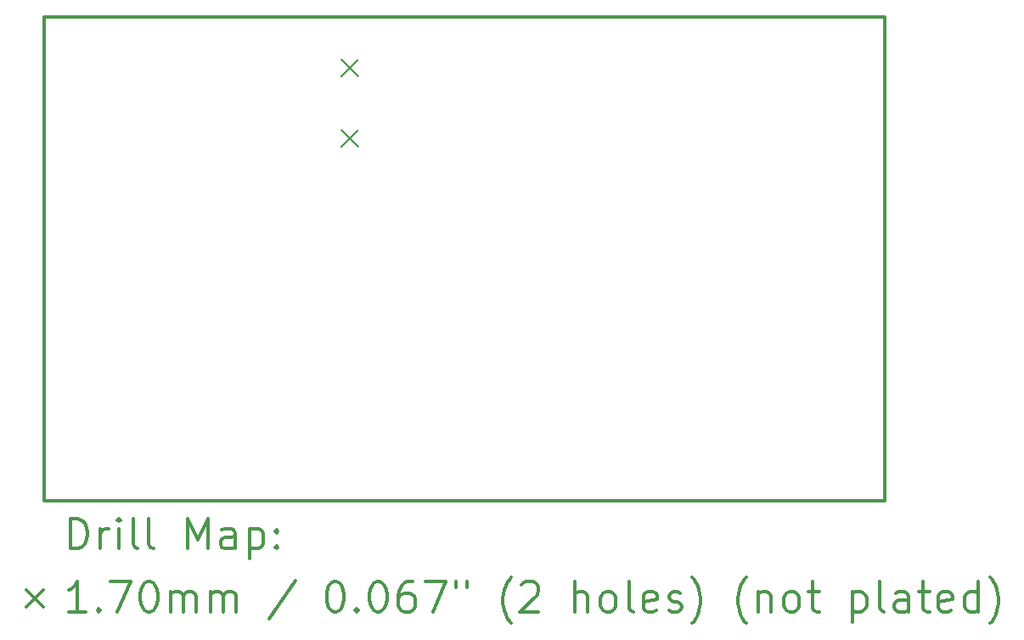
<source format=gbr>
%FSLAX45Y45*%
G04 Gerber Fmt 4.5, Leading zero omitted, Abs format (unit mm)*
G04 Created by KiCad (PCBNEW 4.0.5+dfsg1-4) date Mon Mar 27 15:17:09 2017*
%MOMM*%
%LPD*%
G01*
G04 APERTURE LIST*
%ADD10C,0.127000*%
%ADD11C,0.300000*%
%ADD12C,0.200000*%
G04 APERTURE END LIST*
D10*
D11*
X9410000Y-6142000D02*
X9410000Y-10968000D01*
X17792000Y-6142000D02*
X9410000Y-6142000D01*
X17792000Y-10968000D02*
X17792000Y-6142000D01*
X9410000Y-10968000D02*
X17792000Y-10968000D01*
D12*
X12373000Y-6569000D02*
X12543000Y-6739000D01*
X12543000Y-6569000D02*
X12373000Y-6739000D01*
X12373000Y-7269000D02*
X12543000Y-7439000D01*
X12543000Y-7269000D02*
X12373000Y-7439000D01*
D11*
X9666429Y-11448714D02*
X9666429Y-11148714D01*
X9737857Y-11148714D01*
X9780714Y-11163000D01*
X9809286Y-11191571D01*
X9823571Y-11220143D01*
X9837857Y-11277286D01*
X9837857Y-11320143D01*
X9823571Y-11377286D01*
X9809286Y-11405857D01*
X9780714Y-11434429D01*
X9737857Y-11448714D01*
X9666429Y-11448714D01*
X9966429Y-11448714D02*
X9966429Y-11248714D01*
X9966429Y-11305857D02*
X9980714Y-11277286D01*
X9995000Y-11263000D01*
X10023571Y-11248714D01*
X10052143Y-11248714D01*
X10152143Y-11448714D02*
X10152143Y-11248714D01*
X10152143Y-11148714D02*
X10137857Y-11163000D01*
X10152143Y-11177286D01*
X10166429Y-11163000D01*
X10152143Y-11148714D01*
X10152143Y-11177286D01*
X10337857Y-11448714D02*
X10309286Y-11434429D01*
X10295000Y-11405857D01*
X10295000Y-11148714D01*
X10495000Y-11448714D02*
X10466429Y-11434429D01*
X10452143Y-11405857D01*
X10452143Y-11148714D01*
X10837857Y-11448714D02*
X10837857Y-11148714D01*
X10937857Y-11363000D01*
X11037857Y-11148714D01*
X11037857Y-11448714D01*
X11309286Y-11448714D02*
X11309286Y-11291571D01*
X11295000Y-11263000D01*
X11266428Y-11248714D01*
X11209286Y-11248714D01*
X11180714Y-11263000D01*
X11309286Y-11434429D02*
X11280714Y-11448714D01*
X11209286Y-11448714D01*
X11180714Y-11434429D01*
X11166429Y-11405857D01*
X11166429Y-11377286D01*
X11180714Y-11348714D01*
X11209286Y-11334429D01*
X11280714Y-11334429D01*
X11309286Y-11320143D01*
X11452143Y-11248714D02*
X11452143Y-11548714D01*
X11452143Y-11263000D02*
X11480714Y-11248714D01*
X11537857Y-11248714D01*
X11566428Y-11263000D01*
X11580714Y-11277286D01*
X11595000Y-11305857D01*
X11595000Y-11391571D01*
X11580714Y-11420143D01*
X11566428Y-11434429D01*
X11537857Y-11448714D01*
X11480714Y-11448714D01*
X11452143Y-11434429D01*
X11723571Y-11420143D02*
X11737857Y-11434429D01*
X11723571Y-11448714D01*
X11709286Y-11434429D01*
X11723571Y-11420143D01*
X11723571Y-11448714D01*
X11723571Y-11263000D02*
X11737857Y-11277286D01*
X11723571Y-11291571D01*
X11709286Y-11277286D01*
X11723571Y-11263000D01*
X11723571Y-11291571D01*
X9225000Y-11858000D02*
X9395000Y-12028000D01*
X9395000Y-11858000D02*
X9225000Y-12028000D01*
X9823571Y-12078714D02*
X9652143Y-12078714D01*
X9737857Y-12078714D02*
X9737857Y-11778714D01*
X9709286Y-11821571D01*
X9680714Y-11850143D01*
X9652143Y-11864429D01*
X9952143Y-12050143D02*
X9966429Y-12064429D01*
X9952143Y-12078714D01*
X9937857Y-12064429D01*
X9952143Y-12050143D01*
X9952143Y-12078714D01*
X10066428Y-11778714D02*
X10266428Y-11778714D01*
X10137857Y-12078714D01*
X10437857Y-11778714D02*
X10466429Y-11778714D01*
X10495000Y-11793000D01*
X10509286Y-11807286D01*
X10523571Y-11835857D01*
X10537857Y-11893000D01*
X10537857Y-11964429D01*
X10523571Y-12021571D01*
X10509286Y-12050143D01*
X10495000Y-12064429D01*
X10466429Y-12078714D01*
X10437857Y-12078714D01*
X10409286Y-12064429D01*
X10395000Y-12050143D01*
X10380714Y-12021571D01*
X10366429Y-11964429D01*
X10366429Y-11893000D01*
X10380714Y-11835857D01*
X10395000Y-11807286D01*
X10409286Y-11793000D01*
X10437857Y-11778714D01*
X10666429Y-12078714D02*
X10666429Y-11878714D01*
X10666429Y-11907286D02*
X10680714Y-11893000D01*
X10709286Y-11878714D01*
X10752143Y-11878714D01*
X10780714Y-11893000D01*
X10795000Y-11921571D01*
X10795000Y-12078714D01*
X10795000Y-11921571D02*
X10809286Y-11893000D01*
X10837857Y-11878714D01*
X10880714Y-11878714D01*
X10909286Y-11893000D01*
X10923571Y-11921571D01*
X10923571Y-12078714D01*
X11066429Y-12078714D02*
X11066429Y-11878714D01*
X11066429Y-11907286D02*
X11080714Y-11893000D01*
X11109286Y-11878714D01*
X11152143Y-11878714D01*
X11180714Y-11893000D01*
X11195000Y-11921571D01*
X11195000Y-12078714D01*
X11195000Y-11921571D02*
X11209286Y-11893000D01*
X11237857Y-11878714D01*
X11280714Y-11878714D01*
X11309286Y-11893000D01*
X11323571Y-11921571D01*
X11323571Y-12078714D01*
X11909286Y-11764429D02*
X11652143Y-12150143D01*
X12295000Y-11778714D02*
X12323571Y-11778714D01*
X12352143Y-11793000D01*
X12366428Y-11807286D01*
X12380714Y-11835857D01*
X12395000Y-11893000D01*
X12395000Y-11964429D01*
X12380714Y-12021571D01*
X12366428Y-12050143D01*
X12352143Y-12064429D01*
X12323571Y-12078714D01*
X12295000Y-12078714D01*
X12266428Y-12064429D01*
X12252143Y-12050143D01*
X12237857Y-12021571D01*
X12223571Y-11964429D01*
X12223571Y-11893000D01*
X12237857Y-11835857D01*
X12252143Y-11807286D01*
X12266428Y-11793000D01*
X12295000Y-11778714D01*
X12523571Y-12050143D02*
X12537857Y-12064429D01*
X12523571Y-12078714D01*
X12509286Y-12064429D01*
X12523571Y-12050143D01*
X12523571Y-12078714D01*
X12723571Y-11778714D02*
X12752143Y-11778714D01*
X12780714Y-11793000D01*
X12795000Y-11807286D01*
X12809285Y-11835857D01*
X12823571Y-11893000D01*
X12823571Y-11964429D01*
X12809285Y-12021571D01*
X12795000Y-12050143D01*
X12780714Y-12064429D01*
X12752143Y-12078714D01*
X12723571Y-12078714D01*
X12695000Y-12064429D01*
X12680714Y-12050143D01*
X12666428Y-12021571D01*
X12652143Y-11964429D01*
X12652143Y-11893000D01*
X12666428Y-11835857D01*
X12680714Y-11807286D01*
X12695000Y-11793000D01*
X12723571Y-11778714D01*
X13080714Y-11778714D02*
X13023571Y-11778714D01*
X12995000Y-11793000D01*
X12980714Y-11807286D01*
X12952143Y-11850143D01*
X12937857Y-11907286D01*
X12937857Y-12021571D01*
X12952143Y-12050143D01*
X12966428Y-12064429D01*
X12995000Y-12078714D01*
X13052143Y-12078714D01*
X13080714Y-12064429D01*
X13095000Y-12050143D01*
X13109285Y-12021571D01*
X13109285Y-11950143D01*
X13095000Y-11921571D01*
X13080714Y-11907286D01*
X13052143Y-11893000D01*
X12995000Y-11893000D01*
X12966428Y-11907286D01*
X12952143Y-11921571D01*
X12937857Y-11950143D01*
X13209285Y-11778714D02*
X13409285Y-11778714D01*
X13280714Y-12078714D01*
X13509286Y-11778714D02*
X13509286Y-11835857D01*
X13623571Y-11778714D02*
X13623571Y-11835857D01*
X14066428Y-12193000D02*
X14052143Y-12178714D01*
X14023571Y-12135857D01*
X14009285Y-12107286D01*
X13995000Y-12064429D01*
X13980714Y-11993000D01*
X13980714Y-11935857D01*
X13995000Y-11864429D01*
X14009285Y-11821571D01*
X14023571Y-11793000D01*
X14052143Y-11750143D01*
X14066428Y-11735857D01*
X14166428Y-11807286D02*
X14180714Y-11793000D01*
X14209285Y-11778714D01*
X14280714Y-11778714D01*
X14309285Y-11793000D01*
X14323571Y-11807286D01*
X14337857Y-11835857D01*
X14337857Y-11864429D01*
X14323571Y-11907286D01*
X14152143Y-12078714D01*
X14337857Y-12078714D01*
X14695000Y-12078714D02*
X14695000Y-11778714D01*
X14823571Y-12078714D02*
X14823571Y-11921571D01*
X14809285Y-11893000D01*
X14780714Y-11878714D01*
X14737857Y-11878714D01*
X14709285Y-11893000D01*
X14695000Y-11907286D01*
X15009285Y-12078714D02*
X14980714Y-12064429D01*
X14966428Y-12050143D01*
X14952143Y-12021571D01*
X14952143Y-11935857D01*
X14966428Y-11907286D01*
X14980714Y-11893000D01*
X15009285Y-11878714D01*
X15052143Y-11878714D01*
X15080714Y-11893000D01*
X15095000Y-11907286D01*
X15109285Y-11935857D01*
X15109285Y-12021571D01*
X15095000Y-12050143D01*
X15080714Y-12064429D01*
X15052143Y-12078714D01*
X15009285Y-12078714D01*
X15280714Y-12078714D02*
X15252143Y-12064429D01*
X15237857Y-12035857D01*
X15237857Y-11778714D01*
X15509286Y-12064429D02*
X15480714Y-12078714D01*
X15423571Y-12078714D01*
X15395000Y-12064429D01*
X15380714Y-12035857D01*
X15380714Y-11921571D01*
X15395000Y-11893000D01*
X15423571Y-11878714D01*
X15480714Y-11878714D01*
X15509286Y-11893000D01*
X15523571Y-11921571D01*
X15523571Y-11950143D01*
X15380714Y-11978714D01*
X15637857Y-12064429D02*
X15666428Y-12078714D01*
X15723571Y-12078714D01*
X15752143Y-12064429D01*
X15766428Y-12035857D01*
X15766428Y-12021571D01*
X15752143Y-11993000D01*
X15723571Y-11978714D01*
X15680714Y-11978714D01*
X15652143Y-11964429D01*
X15637857Y-11935857D01*
X15637857Y-11921571D01*
X15652143Y-11893000D01*
X15680714Y-11878714D01*
X15723571Y-11878714D01*
X15752143Y-11893000D01*
X15866428Y-12193000D02*
X15880714Y-12178714D01*
X15909286Y-12135857D01*
X15923571Y-12107286D01*
X15937857Y-12064429D01*
X15952143Y-11993000D01*
X15952143Y-11935857D01*
X15937857Y-11864429D01*
X15923571Y-11821571D01*
X15909286Y-11793000D01*
X15880714Y-11750143D01*
X15866428Y-11735857D01*
X16409286Y-12193000D02*
X16395000Y-12178714D01*
X16366428Y-12135857D01*
X16352143Y-12107286D01*
X16337857Y-12064429D01*
X16323571Y-11993000D01*
X16323571Y-11935857D01*
X16337857Y-11864429D01*
X16352143Y-11821571D01*
X16366428Y-11793000D01*
X16395000Y-11750143D01*
X16409286Y-11735857D01*
X16523571Y-11878714D02*
X16523571Y-12078714D01*
X16523571Y-11907286D02*
X16537857Y-11893000D01*
X16566428Y-11878714D01*
X16609286Y-11878714D01*
X16637857Y-11893000D01*
X16652143Y-11921571D01*
X16652143Y-12078714D01*
X16837857Y-12078714D02*
X16809286Y-12064429D01*
X16795000Y-12050143D01*
X16780714Y-12021571D01*
X16780714Y-11935857D01*
X16795000Y-11907286D01*
X16809286Y-11893000D01*
X16837857Y-11878714D01*
X16880714Y-11878714D01*
X16909286Y-11893000D01*
X16923571Y-11907286D01*
X16937857Y-11935857D01*
X16937857Y-12021571D01*
X16923571Y-12050143D01*
X16909286Y-12064429D01*
X16880714Y-12078714D01*
X16837857Y-12078714D01*
X17023571Y-11878714D02*
X17137857Y-11878714D01*
X17066429Y-11778714D02*
X17066429Y-12035857D01*
X17080714Y-12064429D01*
X17109286Y-12078714D01*
X17137857Y-12078714D01*
X17466429Y-11878714D02*
X17466429Y-12178714D01*
X17466429Y-11893000D02*
X17495000Y-11878714D01*
X17552143Y-11878714D01*
X17580714Y-11893000D01*
X17595000Y-11907286D01*
X17609286Y-11935857D01*
X17609286Y-12021571D01*
X17595000Y-12050143D01*
X17580714Y-12064429D01*
X17552143Y-12078714D01*
X17495000Y-12078714D01*
X17466429Y-12064429D01*
X17780714Y-12078714D02*
X17752143Y-12064429D01*
X17737857Y-12035857D01*
X17737857Y-11778714D01*
X18023571Y-12078714D02*
X18023571Y-11921571D01*
X18009286Y-11893000D01*
X17980714Y-11878714D01*
X17923571Y-11878714D01*
X17895000Y-11893000D01*
X18023571Y-12064429D02*
X17995000Y-12078714D01*
X17923571Y-12078714D01*
X17895000Y-12064429D01*
X17880714Y-12035857D01*
X17880714Y-12007286D01*
X17895000Y-11978714D01*
X17923571Y-11964429D01*
X17995000Y-11964429D01*
X18023571Y-11950143D01*
X18123571Y-11878714D02*
X18237857Y-11878714D01*
X18166429Y-11778714D02*
X18166429Y-12035857D01*
X18180714Y-12064429D01*
X18209286Y-12078714D01*
X18237857Y-12078714D01*
X18452143Y-12064429D02*
X18423572Y-12078714D01*
X18366429Y-12078714D01*
X18337857Y-12064429D01*
X18323572Y-12035857D01*
X18323572Y-11921571D01*
X18337857Y-11893000D01*
X18366429Y-11878714D01*
X18423572Y-11878714D01*
X18452143Y-11893000D01*
X18466429Y-11921571D01*
X18466429Y-11950143D01*
X18323572Y-11978714D01*
X18723572Y-12078714D02*
X18723572Y-11778714D01*
X18723572Y-12064429D02*
X18695000Y-12078714D01*
X18637857Y-12078714D01*
X18609286Y-12064429D01*
X18595000Y-12050143D01*
X18580714Y-12021571D01*
X18580714Y-11935857D01*
X18595000Y-11907286D01*
X18609286Y-11893000D01*
X18637857Y-11878714D01*
X18695000Y-11878714D01*
X18723572Y-11893000D01*
X18837857Y-12193000D02*
X18852143Y-12178714D01*
X18880714Y-12135857D01*
X18895000Y-12107286D01*
X18909286Y-12064429D01*
X18923572Y-11993000D01*
X18923572Y-11935857D01*
X18909286Y-11864429D01*
X18895000Y-11821571D01*
X18880714Y-11793000D01*
X18852143Y-11750143D01*
X18837857Y-11735857D01*
M02*

</source>
